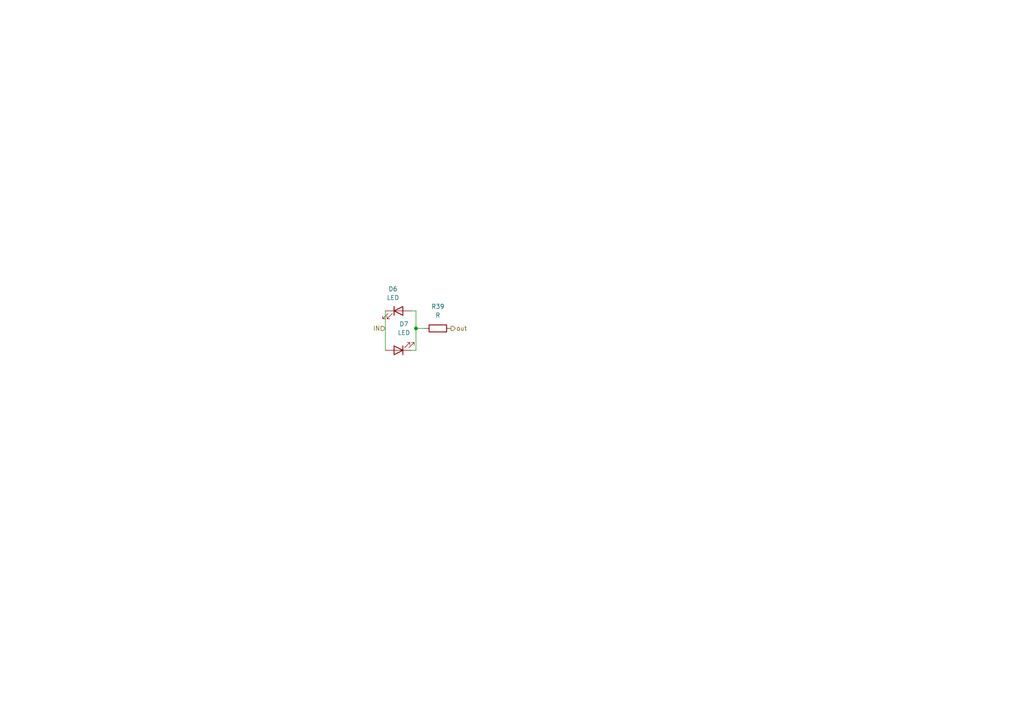
<source format=kicad_sch>
(kicad_sch (version 20250114) (generator "eeschema") (generator_version "9.0")
  (paper "A4")
  (lib_symbols
    (symbol "Device:LED" (pin_numbers (hide yes)) (pin_names (offset 1.016) (hide yes))
      (property "Reference" "D" (at 0 2.54 0))
      (property "Value" "LED" (at 0 -2.54 0))
      (symbol "LED_0_1"
        (polyline (pts (xy -3.048 -0.762) (xy -4.572 -2.286) (xy -3.81 -2.286) (xy -4.572 -2.286) (xy -4.572 -1.524)))
        (polyline (pts (xy -1.778 -0.762) (xy -3.302 -2.286) (xy -2.54 -2.286) (xy -3.302 -2.286) (xy -3.302 -1.524)))
        (polyline (pts (xy -1.27 0) (xy 1.27 0)))
        (polyline (pts (xy -1.27 -1.27) (xy -1.27 1.27)) (stroke (width 0.254)))
        (polyline (pts (xy 1.27 -1.27) (xy 1.27 1.27) (xy -1.27 0) (xy 1.27 -1.27)) (stroke (width 0.254)))
      )
      (symbol "LED_1_1"
        (pin passive line (at -3.81 0 0) (length 2.54) (name "K") (number "1"))
        (pin passive line (at 3.81 0 180) (length 2.54) (name "A") (number "2"))
      )
    )
    (symbol "Device:R" (pin_numbers (hide yes)) (pin_names (offset 0))
      (property "Reference" "R" (at 2.032 0 90))
      (property "Value" "R" (at 0 0 90))
      (symbol "R_0_1"
        (rectangle (start -1.016 -2.54) (end 1.016 2.54) (stroke (width 0.254)))
      )
      (symbol "R_1_1"
        (pin passive line (at 0 3.81 270) (length 1.27) (name "~") (number "1"))
        (pin passive line (at 0 -3.81 90) (length 1.27) (name "~") (number "2"))
      )
    )
  )
  (junction (at 120.65 95.25))
  (wire (pts (xy 120.65 95.25) (xy 123.19 95.25)))
  (wire (pts (xy 119.38 101.6) (xy 120.65 101.6)))
  (wire (pts (xy 120.65 101.6) (xy 120.65 95.25)))
  (wire (pts (xy 120.65 90.17) (xy 120.65 95.25)))
  (wire (pts (xy 111.76 90.17) (xy 111.76 101.6)))
  (wire (pts (xy 119.38 90.17) (xy 120.65 90.17)))
  (hierarchical_label "IN" (shape input) (at 111.76 95.25 180))
  (hierarchical_label "out" (shape output) (at 130.81 95.25 0))
  (symbol (lib_id "Device:LED") (at 115.57 101.6 180) (unit 1)
    (property "Reference" "D3" (at 117.1575 93.98 0))
    (property "Value" "LED" (at 117.1575 96.52 0))
    (property "Footprint" "LED_SMD:LED_0603_1608Metric" (effects (hide yes)))
    (property "Description" "Light emitting diode" (effects (hide yes)))
    (property "Sim.Pins" "1=K 2=A" (effects (hide yes)))
    (instances (project "ESC_v1" (path "" (reference "D7") (unit 1)) (path "" (reference "D5") (unit 1)) (path "" (reference "D11") (unit 1)) (path "" (reference "D9") (unit 1)) (path "" (reference "D13") (unit 1)) (path "" (reference "D3") (unit 1))))
  )
  (symbol (lib_id "Device:LED") (at 115.57 90.17 0) (unit 1)
    (property "Reference" "D2" (at 113.9825 83.82 0))
    (property "Value" "LED" (at 113.9825 86.36 0))
    (property "Footprint" "LED_SMD:LED_0603_1608Metric" (effects (hide yes)))
    (property "Description" "Light emitting diode" (effects (hide yes)))
    (property "Sim.Pins" "1=K 2=A" (effects (hide yes)))
    (instances (project "ESC_v1" (path "" (reference "D6") (unit 1)) (path "" (reference "D4") (unit 1)) (path "" (reference "D10") (unit 1)) (path "" (reference "D8") (unit 1)) (path "" (reference "D12") (unit 1)) (path "" (reference "D2") (unit 1))))
  )
  (symbol (lib_id "Device:R") (at 127 95.25 90) (unit 1)
    (property "Reference" "R37" (at 127 88.9 90))
    (property "Value" "R" (at 127 91.44 90))
    (property "Footprint" "Resistor_SMD:R_0603_1608Metric_Pad0.98x0.95mm_HandSolder" (effects (hide yes)))
    (property "Description" "Resistor" (effects (hide yes)))
    (instances (project "ESC_v1" (path "" (reference "R39") (unit 1)) (path "" (reference "R38") (unit 1)) (path "" (reference "R41") (unit 1)) (path "" (reference "R40") (unit 1)) (path "" (reference "R42") (unit 1)) (path "" (reference "R37") (unit 1))))
  )
)
</source>
